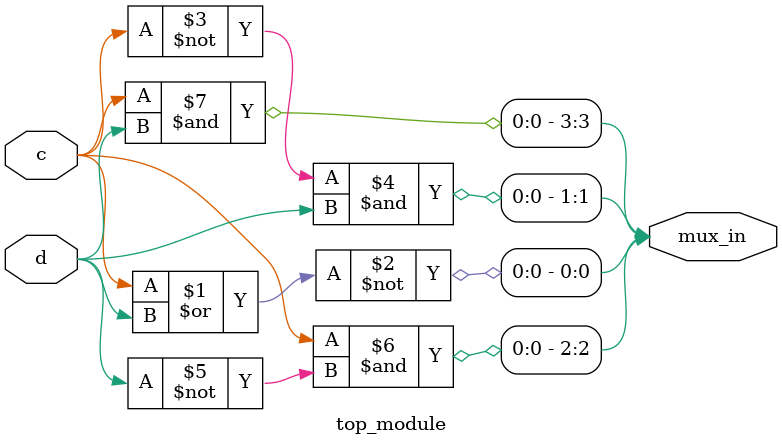
<source format=sv>
module top_module (
    input c,
    input d,
    output [3:0] mux_in
);

    assign mux_in[0] = ~(c | d);
    assign mux_in[1] = ~c & d;
    assign mux_in[2] = c & ~d;
    assign mux_in[3] = c & d;

endmodule

</source>
